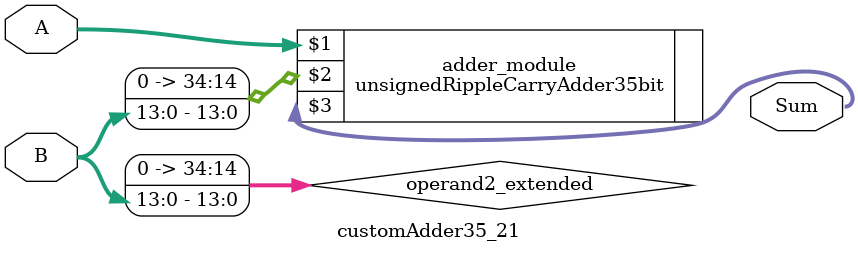
<source format=v>
module customAdder35_21(
                        input [34 : 0] A,
                        input [13 : 0] B,
                        
                        output [35 : 0] Sum
                );

        wire [34 : 0] operand2_extended;
        
        assign operand2_extended =  {21'b0, B};
        
        unsignedRippleCarryAdder35bit adder_module(
            A,
            operand2_extended,
            Sum
        );
        
        endmodule
        
</source>
